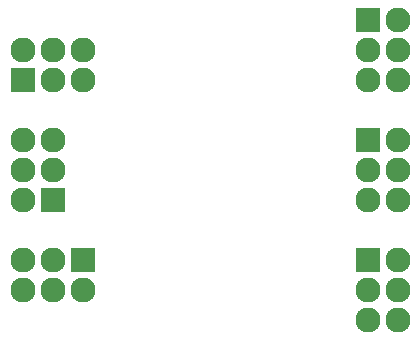
<source format=gbs>
G04 #@! TF.FileFunction,Soldermask,Bot*
%FSLAX46Y46*%
G04 Gerber Fmt 4.6, Leading zero omitted, Abs format (unit mm)*
G04 Created by KiCad (PCBNEW 4.0.2-stable) date 4/28/2016 9:51:21 AM*
%MOMM*%
G01*
G04 APERTURE LIST*
%ADD10C,0.100000*%
%ADD11R,2.127200X2.127200*%
%ADD12O,2.127200X2.127200*%
G04 APERTURE END LIST*
D10*
D11*
X111760000Y-104140000D03*
D12*
X109220000Y-104140000D03*
X111760000Y-101600000D03*
X109220000Y-101600000D03*
X111760000Y-99060000D03*
X109220000Y-99060000D03*
D11*
X138430000Y-88900000D03*
D12*
X140970000Y-88900000D03*
X138430000Y-91440000D03*
X140970000Y-91440000D03*
X138430000Y-93980000D03*
X140970000Y-93980000D03*
D11*
X138430000Y-99060000D03*
D12*
X140970000Y-99060000D03*
X138430000Y-101600000D03*
X140970000Y-101600000D03*
X138430000Y-104140000D03*
X140970000Y-104140000D03*
D11*
X138430000Y-109220000D03*
D12*
X140970000Y-109220000D03*
X138430000Y-111760000D03*
X140970000Y-111760000D03*
X138430000Y-114300000D03*
X140970000Y-114300000D03*
D11*
X109220000Y-93980000D03*
D12*
X109220000Y-91440000D03*
X111760000Y-93980000D03*
X111760000Y-91440000D03*
X114300000Y-93980000D03*
X114300000Y-91440000D03*
D11*
X114300000Y-109220000D03*
D12*
X114300000Y-111760000D03*
X111760000Y-109220000D03*
X111760000Y-111760000D03*
X109220000Y-109220000D03*
X109220000Y-111760000D03*
M02*

</source>
